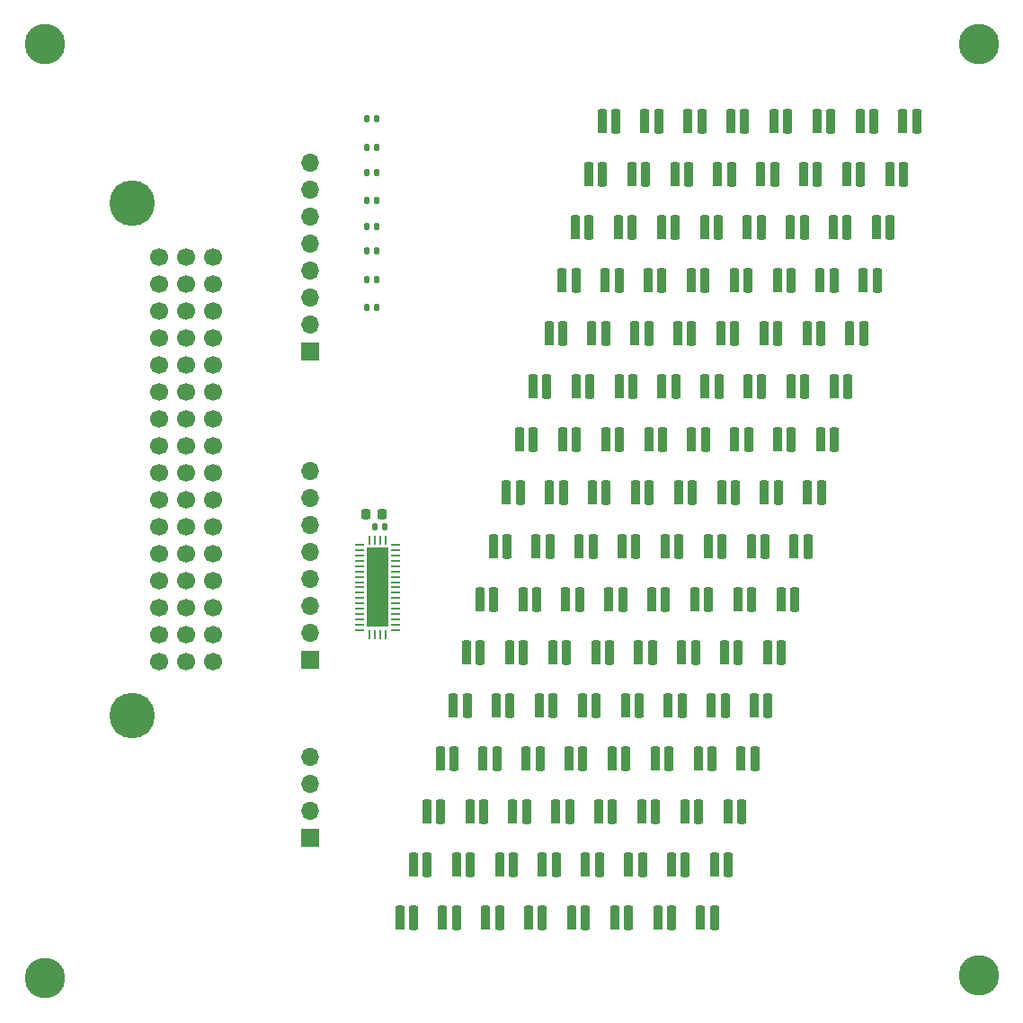
<source format=gbr>
%TF.GenerationSoftware,KiCad,Pcbnew,7.0.1*%
%TF.CreationDate,2023-03-19T16:13:32+09:00*%
%TF.ProjectId,keypad16,6b657970-6164-4313-962e-6b696361645f,rev?*%
%TF.SameCoordinates,Original*%
%TF.FileFunction,Soldermask,Top*%
%TF.FilePolarity,Negative*%
%FSLAX46Y46*%
G04 Gerber Fmt 4.6, Leading zero omitted, Abs format (unit mm)*
G04 Created by KiCad (PCBNEW 7.0.1) date 2023-03-19 16:13:32*
%MOMM*%
%LPD*%
G01*
G04 APERTURE LIST*
G04 Aperture macros list*
%AMRoundRect*
0 Rectangle with rounded corners*
0 $1 Rounding radius*
0 $2 $3 $4 $5 $6 $7 $8 $9 X,Y pos of 4 corners*
0 Add a 4 corners polygon primitive as box body*
4,1,4,$2,$3,$4,$5,$6,$7,$8,$9,$2,$3,0*
0 Add four circle primitives for the rounded corners*
1,1,$1+$1,$2,$3*
1,1,$1+$1,$4,$5*
1,1,$1+$1,$6,$7*
1,1,$1+$1,$8,$9*
0 Add four rect primitives between the rounded corners*
20,1,$1+$1,$2,$3,$4,$5,0*
20,1,$1+$1,$4,$5,$6,$7,0*
20,1,$1+$1,$6,$7,$8,$9,0*
20,1,$1+$1,$8,$9,$2,$3,0*%
G04 Aperture macros list end*
%ADD10RoundRect,0.228000X-0.228000X0.918500X-0.228000X-0.918500X0.228000X-0.918500X0.228000X0.918500X0*%
%ADD11RoundRect,0.228000X-0.228000X0.915000X-0.228000X-0.915000X0.228000X-0.915000X0.228000X0.915000X0*%
%ADD12C,3.800000*%
%ADD13R,1.700000X1.700000*%
%ADD14O,1.700000X1.700000*%
%ADD15RoundRect,0.225000X0.225000X0.250000X-0.225000X0.250000X-0.225000X-0.250000X0.225000X-0.250000X0*%
%ADD16RoundRect,0.062500X-0.375000X-0.062500X0.375000X-0.062500X0.375000X0.062500X-0.375000X0.062500X0*%
%ADD17RoundRect,0.062500X-0.062500X-0.375000X0.062500X-0.375000X0.062500X0.375000X-0.062500X0.375000X0*%
%ADD18R,2.050000X7.550000*%
%ADD19RoundRect,0.140000X-0.140000X-0.170000X0.140000X-0.170000X0.140000X0.170000X-0.140000X0.170000X0*%
%ADD20C,1.700000*%
%ADD21C,4.290000*%
%ADD22RoundRect,0.140000X0.140000X0.170000X-0.140000X0.170000X-0.140000X-0.170000X0.140000X-0.170000X0*%
G04 APERTURE END LIST*
D10*
%TO.C,TP123*%
X74300000Y-72244000D03*
D11*
X73000000Y-72244000D03*
%TD*%
D12*
%TO.C,H2*%
X27000000Y-128000000D03*
%TD*%
D10*
%TO.C,TP4*%
X93900000Y-107300000D03*
D11*
X92600000Y-107300000D03*
%TD*%
D10*
%TO.C,TP21*%
X87050000Y-102300000D03*
D11*
X85750000Y-102300000D03*
%TD*%
D10*
%TO.C,TP96*%
X97000000Y-47300000D03*
D11*
X95700000Y-47300000D03*
%TD*%
D10*
%TO.C,TP107*%
X82400000Y-72244000D03*
D11*
X81100000Y-72244000D03*
%TD*%
D10*
%TO.C,TP98*%
X85200000Y-77244000D03*
D11*
X83900000Y-77244000D03*
%TD*%
D10*
%TO.C,TP27*%
X80500000Y-112300000D03*
D11*
X79200000Y-112300000D03*
%TD*%
D10*
%TO.C,TP17*%
X82000000Y-122300000D03*
D11*
X80700000Y-122300000D03*
%TD*%
D10*
%TO.C,TP121*%
X71800000Y-82244000D03*
D11*
X70500000Y-82244000D03*
%TD*%
D10*
%TO.C,TP92*%
X92000000Y-67244000D03*
D11*
X90700000Y-67244000D03*
%TD*%
D10*
%TO.C,TP97*%
X83950000Y-82244000D03*
D11*
X82650000Y-82244000D03*
%TD*%
D10*
%TO.C,TP109*%
X85150000Y-62244000D03*
D11*
X83850000Y-62244000D03*
%TD*%
D10*
%TO.C,TP26*%
X79250000Y-117300000D03*
D11*
X77950000Y-117300000D03*
%TD*%
D10*
%TO.C,TP56*%
X74600000Y-87300000D03*
D11*
X73300000Y-87300000D03*
%TD*%
D10*
%TO.C,TP1*%
X90100000Y-122300000D03*
D11*
X88800000Y-122300000D03*
%TD*%
D10*
%TO.C,TP42*%
X71150000Y-117300000D03*
D11*
X69850000Y-117300000D03*
%TD*%
D13*
%TO.C,J3*%
X52000000Y-68910000D03*
D14*
X52000000Y-66370000D03*
X52000000Y-63830000D03*
X52000000Y-61290000D03*
X52000000Y-58750000D03*
X52000000Y-56210000D03*
X52000000Y-53670000D03*
X52000000Y-51130000D03*
%TD*%
D10*
%TO.C,TP71*%
X107900000Y-52300000D03*
D11*
X106600000Y-52300000D03*
%TD*%
D10*
%TO.C,TP57*%
X61750000Y-122300000D03*
D11*
X60450000Y-122300000D03*
%TD*%
D10*
%TO.C,TP32*%
X86750000Y-87300000D03*
D11*
X85450000Y-87300000D03*
%TD*%
D10*
%TO.C,TP72*%
X109150000Y-47300000D03*
D11*
X107850000Y-47300000D03*
%TD*%
D10*
%TO.C,TP38*%
X80200000Y-97350000D03*
D11*
X78900000Y-97350000D03*
%TD*%
D10*
%TO.C,TP91*%
X90500000Y-72244000D03*
D11*
X89200000Y-72244000D03*
%TD*%
D10*
%TO.C,TP127*%
X79550000Y-52300000D03*
D11*
X78250000Y-52300000D03*
%TD*%
D10*
%TO.C,TP60*%
X65550000Y-107300000D03*
D11*
X64250000Y-107300000D03*
%TD*%
D10*
%TO.C,TP125*%
X77050000Y-62244000D03*
D11*
X75750000Y-62244000D03*
%TD*%
D10*
%TO.C,TP118*%
X82350000Y-57244000D03*
D11*
X81050000Y-57244000D03*
%TD*%
D10*
%TO.C,TP89*%
X88000000Y-82244000D03*
D11*
X86700000Y-82244000D03*
%TD*%
D15*
%TO.C,C1*%
X58775000Y-84300000D03*
X57225000Y-84300000D03*
%TD*%
D10*
%TO.C,TP18*%
X83300000Y-117300000D03*
D11*
X82000000Y-117300000D03*
%TD*%
D10*
%TO.C,TP36*%
X77700000Y-107300000D03*
D11*
X76400000Y-107300000D03*
%TD*%
D10*
%TO.C,TP116*%
X79850000Y-67244000D03*
D11*
X78550000Y-67244000D03*
%TD*%
D16*
%TO.C,U1*%
X56672500Y-87170000D03*
X56672500Y-87670000D03*
X56672500Y-88170000D03*
X56672500Y-88670000D03*
X56672500Y-89170000D03*
X56672500Y-89670000D03*
X56672500Y-90170000D03*
X56672500Y-90670000D03*
X56672500Y-91170000D03*
X56672500Y-91670000D03*
X56672500Y-92170000D03*
X56672500Y-92670000D03*
X56672500Y-93170000D03*
X56672500Y-93670000D03*
X56672500Y-94170000D03*
X56672500Y-94670000D03*
X56672500Y-95170000D03*
D17*
X57610000Y-95607500D03*
X58110000Y-95607500D03*
X58610000Y-95607500D03*
X59110000Y-95607500D03*
D16*
X60047500Y-95170000D03*
X60047500Y-94670000D03*
X60047500Y-94170000D03*
X60047500Y-93670000D03*
X60047500Y-93170000D03*
X60047500Y-92670000D03*
X60047500Y-92170000D03*
X60047500Y-91670000D03*
X60047500Y-91170000D03*
X60047500Y-90670000D03*
X60047500Y-90170000D03*
X60047500Y-89670000D03*
X60047500Y-89170000D03*
X60047500Y-88670000D03*
X60047500Y-88170000D03*
X60047500Y-87670000D03*
X60047500Y-87170000D03*
D17*
X59110000Y-86732500D03*
X58610000Y-86732500D03*
X58110000Y-86732500D03*
X57610000Y-86732500D03*
D18*
X58360000Y-91170000D03*
%TD*%
D13*
%TO.C,J4*%
X52050000Y-114780000D03*
D14*
X52050000Y-112240000D03*
X52050000Y-109700000D03*
X52050000Y-107160000D03*
%TD*%
D10*
%TO.C,TP77*%
X101350000Y-62244000D03*
D11*
X100050000Y-62244000D03*
%TD*%
D10*
%TO.C,TP84*%
X96050000Y-67244000D03*
D11*
X94750000Y-67244000D03*
%TD*%
D19*
%TO.C,C6*%
X57350000Y-52100000D03*
X58310000Y-52100000D03*
%TD*%
D10*
%TO.C,TP7*%
X97650000Y-92350000D03*
D11*
X96350000Y-92350000D03*
%TD*%
D10*
%TO.C,TP52*%
X69600000Y-107300000D03*
D11*
X68300000Y-107300000D03*
%TD*%
D10*
%TO.C,TP58*%
X63050000Y-117300000D03*
D11*
X61750000Y-117300000D03*
%TD*%
D13*
%TO.C,J2*%
X52000000Y-97990000D03*
D14*
X52000000Y-95450000D03*
X52000000Y-92910000D03*
X52000000Y-90370000D03*
X52000000Y-87830000D03*
X52000000Y-85290000D03*
X52000000Y-82750000D03*
X52000000Y-80210000D03*
%TD*%
D10*
%TO.C,TP48*%
X78650000Y-87300000D03*
D11*
X77350000Y-87300000D03*
%TD*%
D10*
%TO.C,TP40*%
X82700000Y-87300000D03*
D11*
X81400000Y-87300000D03*
%TD*%
D19*
%TO.C,C10*%
X57350000Y-47000000D03*
X58310000Y-47000000D03*
%TD*%
D10*
%TO.C,TP9*%
X86050000Y-122300000D03*
D11*
X84750000Y-122300000D03*
%TD*%
D10*
%TO.C,TP19*%
X84550000Y-112300000D03*
D11*
X83250000Y-112300000D03*
%TD*%
D10*
%TO.C,TP115*%
X78350000Y-72244000D03*
D11*
X77050000Y-72244000D03*
%TD*%
D10*
%TO.C,TP110*%
X86400000Y-57244000D03*
D11*
X85100000Y-57244000D03*
%TD*%
D10*
%TO.C,TP44*%
X73650000Y-107300000D03*
D11*
X72350000Y-107300000D03*
%TD*%
D10*
%TO.C,TP23*%
X89550000Y-92350000D03*
D11*
X88250000Y-92350000D03*
%TD*%
D10*
%TO.C,TP74*%
X97350000Y-77244000D03*
D11*
X96050000Y-77244000D03*
%TD*%
D10*
%TO.C,TP112*%
X88900000Y-47300000D03*
D11*
X87600000Y-47300000D03*
%TD*%
D10*
%TO.C,TP114*%
X77100000Y-77244000D03*
D11*
X75800000Y-77244000D03*
%TD*%
D10*
%TO.C,TP66*%
X101400000Y-77244000D03*
D11*
X100100000Y-77244000D03*
%TD*%
D10*
%TO.C,TP85*%
X97300000Y-62244000D03*
D11*
X96000000Y-62244000D03*
%TD*%
D10*
%TO.C,TP15*%
X93600000Y-92350000D03*
D11*
X92300000Y-92350000D03*
%TD*%
D10*
%TO.C,TP87*%
X99800000Y-52300000D03*
D11*
X98500000Y-52300000D03*
%TD*%
D12*
%TO.C,H3*%
X115000000Y-40000000D03*
%TD*%
D10*
%TO.C,TP94*%
X94500000Y-57244000D03*
D11*
X93200000Y-57244000D03*
%TD*%
D10*
%TO.C,TP69*%
X105400000Y-62244000D03*
D11*
X104100000Y-62244000D03*
%TD*%
D20*
%TO.C,J1*%
X37750000Y-98150000D03*
X37750000Y-95610000D03*
X37750000Y-93070000D03*
X37750000Y-90530000D03*
X37750000Y-87990000D03*
X37750000Y-85450000D03*
X37750000Y-82910000D03*
X37750000Y-80370000D03*
X37750000Y-77830000D03*
X37750000Y-75290000D03*
X37750000Y-72750000D03*
X37750000Y-70210000D03*
X37750000Y-67670000D03*
X37750000Y-65130000D03*
X37750000Y-62590000D03*
X37750000Y-60050000D03*
X40290000Y-98150000D03*
X40290000Y-95610000D03*
X40290000Y-93070000D03*
X40290000Y-90530000D03*
X40290000Y-87990000D03*
X40290000Y-85450000D03*
X40290000Y-82910000D03*
X40290000Y-80370000D03*
X40290000Y-77830000D03*
X40290000Y-75290000D03*
X40290000Y-72750000D03*
X40290000Y-70210000D03*
X40290000Y-67670000D03*
X40290000Y-65130000D03*
X40290000Y-62590000D03*
X40290000Y-60050000D03*
X42830000Y-98150000D03*
X42830000Y-95610000D03*
X42830000Y-93070000D03*
X42830000Y-90530000D03*
X42830000Y-87990000D03*
X42830000Y-85450000D03*
X42830000Y-82910000D03*
X42830000Y-80370000D03*
X42830000Y-77830000D03*
X42830000Y-75290000D03*
X42830000Y-72750000D03*
X42830000Y-70210000D03*
X42830000Y-67670000D03*
X42830000Y-65130000D03*
X42830000Y-62590000D03*
X42830000Y-60050000D03*
D21*
X35210000Y-54970000D03*
X35210000Y-103230000D03*
%TD*%
D10*
%TO.C,TP101*%
X89200000Y-62244000D03*
D11*
X87900000Y-62244000D03*
%TD*%
D10*
%TO.C,TP120*%
X84850000Y-47300000D03*
D11*
X83550000Y-47300000D03*
%TD*%
D10*
%TO.C,TP2*%
X91400000Y-117300000D03*
D11*
X90100000Y-117300000D03*
%TD*%
D10*
%TO.C,TP16*%
X94850000Y-87300000D03*
D11*
X93550000Y-87300000D03*
%TD*%
D10*
%TO.C,TP14*%
X92350000Y-97350000D03*
D11*
X91050000Y-97350000D03*
%TD*%
D10*
%TO.C,TP75*%
X98600000Y-72244000D03*
D11*
X97300000Y-72244000D03*
%TD*%
D10*
%TO.C,TP105*%
X79900000Y-82244000D03*
D11*
X78600000Y-82244000D03*
%TD*%
D10*
%TO.C,TP76*%
X100100000Y-67244000D03*
D11*
X98800000Y-67244000D03*
%TD*%
D19*
%TO.C,C4*%
X57350000Y-54700000D03*
X58310000Y-54700000D03*
%TD*%
D10*
%TO.C,TP95*%
X95750000Y-52300000D03*
D11*
X94450000Y-52300000D03*
%TD*%
D19*
%TO.C,C5*%
X57350000Y-62200000D03*
X58310000Y-62200000D03*
%TD*%
D10*
%TO.C,TP111*%
X87650000Y-52300000D03*
D11*
X86350000Y-52300000D03*
%TD*%
D10*
%TO.C,TP47*%
X77400000Y-92350000D03*
D11*
X76100000Y-92350000D03*
%TD*%
D10*
%TO.C,TP108*%
X83900000Y-67244000D03*
D11*
X82600000Y-67244000D03*
%TD*%
D10*
%TO.C,TP46*%
X76150000Y-97350000D03*
D11*
X74850000Y-97350000D03*
%TD*%
D10*
%TO.C,TP86*%
X98550000Y-57244000D03*
D11*
X97250000Y-57244000D03*
%TD*%
D19*
%TO.C,C3*%
X57350000Y-64800000D03*
X58310000Y-64800000D03*
%TD*%
D10*
%TO.C,TP81*%
X92050000Y-82244000D03*
D11*
X90750000Y-82244000D03*
%TD*%
D10*
%TO.C,TP12*%
X89850000Y-107300000D03*
D11*
X88550000Y-107300000D03*
%TD*%
D10*
%TO.C,TP82*%
X93300000Y-77244000D03*
D11*
X92000000Y-77244000D03*
%TD*%
D10*
%TO.C,TP43*%
X72400000Y-112300000D03*
D11*
X71100000Y-112300000D03*
%TD*%
D10*
%TO.C,TP67*%
X102650000Y-72244000D03*
D11*
X101350000Y-72244000D03*
%TD*%
D10*
%TO.C,TP83*%
X94550000Y-72244000D03*
D11*
X93250000Y-72244000D03*
%TD*%
D10*
%TO.C,TP8*%
X98900000Y-87300000D03*
D11*
X97600000Y-87300000D03*
%TD*%
D10*
%TO.C,TP102*%
X90450000Y-57244000D03*
D11*
X89150000Y-57244000D03*
%TD*%
D10*
%TO.C,TP124*%
X75800000Y-67244000D03*
D11*
X74500000Y-67244000D03*
%TD*%
D10*
%TO.C,TP78*%
X102600000Y-57244000D03*
D11*
X101300000Y-57244000D03*
%TD*%
D10*
%TO.C,TP22*%
X88300000Y-97350000D03*
D11*
X87000000Y-97350000D03*
%TD*%
D10*
%TO.C,TP51*%
X68350000Y-112300000D03*
D11*
X67050000Y-112300000D03*
%TD*%
D10*
%TO.C,TP104*%
X92950000Y-47300000D03*
D11*
X91650000Y-47300000D03*
%TD*%
D10*
%TO.C,TP49*%
X65800000Y-122300000D03*
D11*
X64500000Y-122300000D03*
%TD*%
D10*
%TO.C,TP88*%
X101050000Y-47300000D03*
D11*
X99750000Y-47300000D03*
%TD*%
D10*
%TO.C,TP55*%
X73350000Y-92350000D03*
D11*
X72050000Y-92350000D03*
%TD*%
D19*
%TO.C,C8*%
X57350000Y-49700000D03*
X58310000Y-49700000D03*
%TD*%
D10*
%TO.C,TP24*%
X90800000Y-87300000D03*
D11*
X89500000Y-87300000D03*
%TD*%
D10*
%TO.C,TP29*%
X83000000Y-102300000D03*
D11*
X81700000Y-102300000D03*
%TD*%
D10*
%TO.C,TP6*%
X96400000Y-97350000D03*
D11*
X95100000Y-97350000D03*
%TD*%
D10*
%TO.C,TP25*%
X77950000Y-122300000D03*
D11*
X76650000Y-122300000D03*
%TD*%
D19*
%TO.C,C7*%
X57350000Y-59450000D03*
X58310000Y-59450000D03*
%TD*%
D10*
%TO.C,TP113*%
X75850000Y-82244000D03*
D11*
X74550000Y-82244000D03*
%TD*%
D10*
%TO.C,TP3*%
X92650000Y-112300000D03*
D11*
X91350000Y-112300000D03*
%TD*%
D22*
%TO.C,C2*%
X59080000Y-85500000D03*
X58120000Y-85500000D03*
%TD*%
D10*
%TO.C,TP117*%
X81100000Y-62244000D03*
D11*
X79800000Y-62244000D03*
%TD*%
D10*
%TO.C,TP39*%
X81450000Y-92350000D03*
D11*
X80150000Y-92350000D03*
%TD*%
D10*
%TO.C,TP10*%
X87350000Y-117300000D03*
D11*
X86050000Y-117300000D03*
%TD*%
D10*
%TO.C,TP128*%
X80800000Y-47300000D03*
D11*
X79500000Y-47300000D03*
%TD*%
D12*
%TO.C,H4*%
X27000000Y-40000000D03*
%TD*%
D10*
%TO.C,TP70*%
X106650000Y-57244000D03*
D11*
X105350000Y-57244000D03*
%TD*%
D10*
%TO.C,TP80*%
X105100000Y-47300000D03*
D11*
X103800000Y-47300000D03*
%TD*%
D10*
%TO.C,TP79*%
X103850000Y-52300000D03*
D11*
X102550000Y-52300000D03*
%TD*%
D10*
%TO.C,TP126*%
X78300000Y-57244000D03*
D11*
X77000000Y-57244000D03*
%TD*%
D10*
%TO.C,TP54*%
X72100000Y-97350000D03*
D11*
X70800000Y-97350000D03*
%TD*%
D10*
%TO.C,TP64*%
X70550000Y-87300000D03*
D11*
X69250000Y-87300000D03*
%TD*%
D10*
%TO.C,TP65*%
X100150000Y-82244000D03*
D11*
X98850000Y-82244000D03*
%TD*%
D10*
%TO.C,TP61*%
X66800000Y-102300000D03*
D11*
X65500000Y-102300000D03*
%TD*%
D10*
%TO.C,TP5*%
X95150000Y-102300000D03*
D11*
X93850000Y-102300000D03*
%TD*%
D10*
%TO.C,TP106*%
X81150000Y-77244000D03*
D11*
X79850000Y-77244000D03*
%TD*%
D10*
%TO.C,TP99*%
X86450000Y-72244000D03*
D11*
X85150000Y-72244000D03*
%TD*%
D10*
%TO.C,TP28*%
X81750000Y-107300000D03*
D11*
X80450000Y-107300000D03*
%TD*%
D10*
%TO.C,TP53*%
X70850000Y-102300000D03*
D11*
X69550000Y-102300000D03*
%TD*%
D10*
%TO.C,TP30*%
X84250000Y-97350000D03*
D11*
X82950000Y-97350000D03*
%TD*%
D12*
%TO.C,H1*%
X115000000Y-127700000D03*
%TD*%
D10*
%TO.C,TP119*%
X83600000Y-52300000D03*
D11*
X82300000Y-52300000D03*
%TD*%
D10*
%TO.C,TP90*%
X89250000Y-77244000D03*
D11*
X87950000Y-77244000D03*
%TD*%
D10*
%TO.C,TP68*%
X104150000Y-67244000D03*
D11*
X102850000Y-67244000D03*
%TD*%
D19*
%TO.C,C9*%
X57350000Y-57150000D03*
X58310000Y-57150000D03*
%TD*%
D10*
%TO.C,TP20*%
X85800000Y-107300000D03*
D11*
X84500000Y-107300000D03*
%TD*%
D10*
%TO.C,TP59*%
X64300000Y-112300000D03*
D11*
X63000000Y-112300000D03*
%TD*%
D10*
%TO.C,TP41*%
X69850000Y-122300000D03*
D11*
X68550000Y-122300000D03*
%TD*%
D10*
%TO.C,TP50*%
X67100000Y-117300000D03*
D11*
X65800000Y-117300000D03*
%TD*%
D10*
%TO.C,TP37*%
X78950000Y-102300000D03*
D11*
X77650000Y-102300000D03*
%TD*%
D10*
%TO.C,TP93*%
X93250000Y-62244000D03*
D11*
X91950000Y-62244000D03*
%TD*%
D10*
%TO.C,TP73*%
X96100000Y-82244000D03*
D11*
X94800000Y-82244000D03*
%TD*%
D10*
%TO.C,TP45*%
X74900000Y-102300000D03*
D11*
X73600000Y-102300000D03*
%TD*%
D10*
%TO.C,TP34*%
X75200000Y-117300000D03*
D11*
X73900000Y-117300000D03*
%TD*%
D10*
%TO.C,TP35*%
X76450000Y-112300000D03*
D11*
X75150000Y-112300000D03*
%TD*%
D10*
%TO.C,TP11*%
X88600000Y-112300000D03*
D11*
X87300000Y-112300000D03*
%TD*%
D10*
%TO.C,TP13*%
X91100000Y-102300000D03*
D11*
X89800000Y-102300000D03*
%TD*%
D10*
%TO.C,TP103*%
X91700000Y-52300000D03*
D11*
X90400000Y-52300000D03*
%TD*%
D10*
%TO.C,TP62*%
X68050000Y-97350000D03*
D11*
X66750000Y-97350000D03*
%TD*%
D10*
%TO.C,TP33*%
X73900000Y-122300000D03*
D11*
X72600000Y-122300000D03*
%TD*%
D10*
%TO.C,TP31*%
X85500000Y-92350000D03*
D11*
X84200000Y-92350000D03*
%TD*%
D10*
%TO.C,TP63*%
X69300000Y-92350000D03*
D11*
X68000000Y-92350000D03*
%TD*%
D10*
%TO.C,TP100*%
X87950000Y-67244000D03*
D11*
X86650000Y-67244000D03*
%TD*%
D10*
%TO.C,TP122*%
X73050000Y-77244000D03*
D11*
X71750000Y-77244000D03*
%TD*%
M02*

</source>
